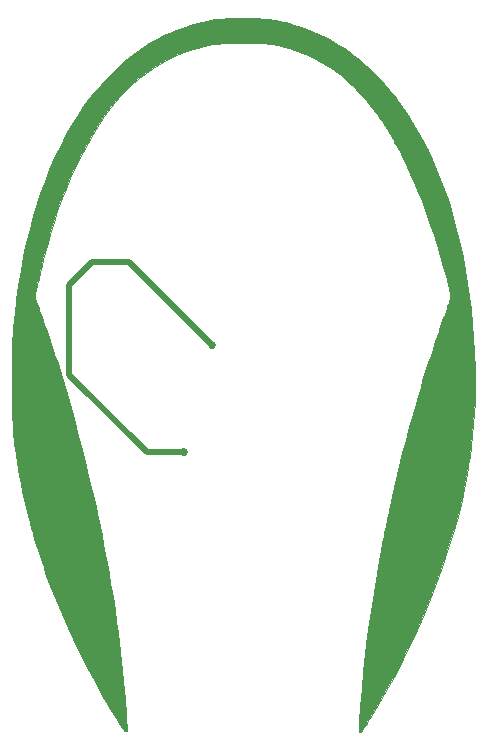
<source format=gbr>
G04 #@! TF.GenerationSoftware,KiCad,Pcbnew,5.1.5-52549c5~86~ubuntu18.04.1*
G04 #@! TF.CreationDate,2020-04-16T18:44:58-06:00*
G04 #@! TF.ProjectId,001,3030312e-6b69-4636-9164-5f7063625858,rev?*
G04 #@! TF.SameCoordinates,Original*
G04 #@! TF.FileFunction,Copper,L1,Top*
G04 #@! TF.FilePolarity,Positive*
%FSLAX46Y46*%
G04 Gerber Fmt 4.6, Leading zero omitted, Abs format (unit mm)*
G04 Created by KiCad (PCBNEW 5.1.5-52549c5~86~ubuntu18.04.1) date 2020-04-16 18:44:58*
%MOMM*%
%LPD*%
G04 APERTURE LIST*
%ADD10C,0.010000*%
%ADD11C,0.685800*%
%ADD12C,0.500000*%
G04 APERTURE END LIST*
D10*
G36*
X154469208Y-71391632D02*
G01*
X154749909Y-71394398D01*
X155111566Y-71400550D01*
X155437072Y-71409444D01*
X155732553Y-71421611D01*
X156004134Y-71437582D01*
X156257941Y-71457888D01*
X156500098Y-71483059D01*
X156736732Y-71513628D01*
X156973966Y-71550125D01*
X157217927Y-71593080D01*
X157363993Y-71620981D01*
X158046752Y-71770084D01*
X158707517Y-71946437D01*
X159353855Y-72152624D01*
X159993330Y-72391228D01*
X160633510Y-72664833D01*
X161173993Y-72921935D01*
X161836431Y-73270432D01*
X162478170Y-73647889D01*
X163103815Y-74057376D01*
X163717973Y-74501964D01*
X164325248Y-74984723D01*
X164539493Y-75165390D01*
X164754228Y-75354484D01*
X164989034Y-75570775D01*
X165237838Y-75808160D01*
X165494571Y-76060534D01*
X165753164Y-76321796D01*
X166007546Y-76585843D01*
X166251647Y-76846570D01*
X166479398Y-77097875D01*
X166613871Y-77251061D01*
X166704818Y-77355929D01*
X166796443Y-77461182D01*
X166880957Y-77557898D01*
X166950567Y-77637152D01*
X166983523Y-77674394D01*
X167074016Y-77778835D01*
X167172055Y-77897530D01*
X167281779Y-78035690D01*
X167407331Y-78198526D01*
X167547028Y-78383477D01*
X167986742Y-78994549D01*
X168419371Y-79644347D01*
X168843345Y-80329625D01*
X169257089Y-81047136D01*
X169659031Y-81793633D01*
X170047599Y-82565870D01*
X170421219Y-83360601D01*
X170778319Y-84174578D01*
X171117325Y-85004554D01*
X171436666Y-85847284D01*
X171734769Y-86699520D01*
X172010060Y-87558016D01*
X172041532Y-87661452D01*
X172320295Y-88628030D01*
X172577496Y-89614028D01*
X172813429Y-90621282D01*
X173028384Y-91651624D01*
X173222653Y-92706891D01*
X173396529Y-93788915D01*
X173550303Y-94899532D01*
X173684266Y-96040576D01*
X173798711Y-97213880D01*
X173893929Y-98421280D01*
X173970212Y-99664609D01*
X173979642Y-99846477D01*
X174023499Y-100894620D01*
X174046876Y-101910640D01*
X174049556Y-102899586D01*
X174031321Y-103866504D01*
X173991951Y-104816443D01*
X173931229Y-105754450D01*
X173848937Y-106685572D01*
X173744855Y-107614857D01*
X173618767Y-108547354D01*
X173596993Y-108694144D01*
X173384022Y-109984111D01*
X173130965Y-111284540D01*
X172838364Y-112593995D01*
X172506759Y-113911035D01*
X172136691Y-115234224D01*
X171728701Y-116562121D01*
X171283329Y-117893290D01*
X170801116Y-119226291D01*
X170282603Y-120559685D01*
X169728330Y-121892036D01*
X169138839Y-123221903D01*
X168514669Y-124547850D01*
X167856362Y-125868436D01*
X167164458Y-127182224D01*
X166439499Y-128487775D01*
X165682024Y-129783652D01*
X165648426Y-129839644D01*
X165523937Y-130046167D01*
X165396914Y-130255561D01*
X165269323Y-130464676D01*
X165143132Y-130670367D01*
X165020306Y-130869487D01*
X164902815Y-131058888D01*
X164792624Y-131235423D01*
X164691701Y-131395947D01*
X164602013Y-131537310D01*
X164525527Y-131656367D01*
X164464210Y-131749971D01*
X164420029Y-131814974D01*
X164394951Y-131848230D01*
X164390569Y-131851978D01*
X164358043Y-131849089D01*
X164305918Y-131836009D01*
X164299888Y-131834128D01*
X164229617Y-131811755D01*
X164241832Y-131661783D01*
X164246806Y-131592670D01*
X164253272Y-131490961D01*
X164260653Y-131366344D01*
X164268377Y-131228505D01*
X164275800Y-131088477D01*
X164361577Y-129645608D01*
X164471560Y-128186315D01*
X164605994Y-126708629D01*
X164765124Y-125210580D01*
X164949197Y-123690201D01*
X165158457Y-122145522D01*
X165393151Y-120574575D01*
X165653524Y-118975391D01*
X165939821Y-117346002D01*
X166095538Y-116504644D01*
X166136085Y-116290892D01*
X166180897Y-116057724D01*
X166229020Y-115809891D01*
X166279500Y-115552147D01*
X166331384Y-115289245D01*
X166383716Y-115025938D01*
X166435544Y-114766978D01*
X166485912Y-114517118D01*
X166533868Y-114281112D01*
X166578456Y-114063713D01*
X166618723Y-113869672D01*
X166653715Y-113703744D01*
X166682478Y-113570680D01*
X166700985Y-113488394D01*
X166719417Y-113407458D01*
X166744972Y-113293248D01*
X166775859Y-113153872D01*
X166810289Y-112997442D01*
X166846469Y-112832067D01*
X166880957Y-112673477D01*
X167135644Y-111519636D01*
X167392660Y-110398204D01*
X167654486Y-109299255D01*
X167923605Y-108212866D01*
X168202499Y-107129111D01*
X168493649Y-106038067D01*
X168799537Y-104929808D01*
X168955931Y-104376144D01*
X169128065Y-103775206D01*
X169293762Y-103205499D01*
X169455591Y-102658719D01*
X169616119Y-102126562D01*
X169777915Y-101600724D01*
X169943547Y-101072901D01*
X170115583Y-100534788D01*
X170296591Y-99978083D01*
X170489138Y-99394481D01*
X170592386Y-99084477D01*
X170677199Y-98830982D01*
X170755931Y-98596716D01*
X170830380Y-98376512D01*
X170902347Y-98165209D01*
X170973632Y-97957641D01*
X171046033Y-97748644D01*
X171121353Y-97533055D01*
X171201389Y-97305709D01*
X171287943Y-97061442D01*
X171382814Y-96795090D01*
X171487802Y-96501489D01*
X171604706Y-96175475D01*
X171658601Y-96025391D01*
X171731107Y-95821088D01*
X171789446Y-95649785D01*
X171835078Y-95505140D01*
X171869464Y-95380810D01*
X171894064Y-95270451D01*
X171910338Y-95167720D01*
X171919747Y-95066276D01*
X171923750Y-94959774D01*
X171924082Y-94872311D01*
X171923016Y-94791638D01*
X171920409Y-94714700D01*
X171915560Y-94638467D01*
X171907765Y-94559907D01*
X171896325Y-94475989D01*
X171880535Y-94383682D01*
X171859695Y-94279955D01*
X171833103Y-94161777D01*
X171800057Y-94026117D01*
X171759854Y-93869943D01*
X171711794Y-93690224D01*
X171655173Y-93483930D01*
X171589291Y-93248030D01*
X171513445Y-92979491D01*
X171426933Y-92675284D01*
X171365313Y-92459311D01*
X171093094Y-91523322D01*
X170822209Y-90627060D01*
X170551748Y-89767980D01*
X170280804Y-88943536D01*
X170008469Y-88151180D01*
X169733834Y-87388367D01*
X169455991Y-86652550D01*
X169174031Y-85941184D01*
X168887047Y-85251721D01*
X168594130Y-84581616D01*
X168413853Y-84184963D01*
X168312564Y-83968842D01*
X168197644Y-83729703D01*
X168072922Y-83475111D01*
X167942225Y-83212636D01*
X167809385Y-82949843D01*
X167678229Y-82694300D01*
X167552586Y-82453575D01*
X167436286Y-82235233D01*
X167333158Y-82046844D01*
X167320468Y-82024144D01*
X167246761Y-81892250D01*
X167175028Y-81763099D01*
X167109597Y-81644546D01*
X167054798Y-81544442D01*
X167014960Y-81470642D01*
X167005438Y-81452644D01*
X166940380Y-81334542D01*
X166854347Y-81187571D01*
X166750942Y-81017334D01*
X166633766Y-80829431D01*
X166506419Y-80629464D01*
X166372505Y-80423035D01*
X166235622Y-80215744D01*
X166099374Y-80013194D01*
X165967362Y-79820985D01*
X165843186Y-79644719D01*
X165841880Y-79642894D01*
X165357537Y-78994155D01*
X164855334Y-78376164D01*
X164336997Y-77790689D01*
X163804250Y-77239497D01*
X163258817Y-76724356D01*
X162702423Y-76247034D01*
X162136792Y-75809298D01*
X162016857Y-75722468D01*
X161453422Y-75342404D01*
X160873786Y-74997190D01*
X160275445Y-74685716D01*
X159655895Y-74406875D01*
X159012631Y-74159559D01*
X158343148Y-73942660D01*
X157644943Y-73755071D01*
X157482464Y-73716518D01*
X157331191Y-73681963D01*
X157192663Y-73651759D01*
X157062808Y-73625588D01*
X156937555Y-73603130D01*
X156812832Y-73584063D01*
X156684568Y-73568070D01*
X156548692Y-73554828D01*
X156401132Y-73544019D01*
X156237818Y-73535321D01*
X156054677Y-73528416D01*
X155847639Y-73522983D01*
X155612632Y-73518702D01*
X155345585Y-73515253D01*
X155042427Y-73512316D01*
X154866326Y-73510862D01*
X154443001Y-73508195D01*
X154058472Y-73507418D01*
X153709231Y-73508805D01*
X153391770Y-73512628D01*
X153102584Y-73519162D01*
X152838165Y-73528679D01*
X152595005Y-73541455D01*
X152369598Y-73557761D01*
X152158436Y-73577872D01*
X151958013Y-73602062D01*
X151764820Y-73630603D01*
X151575352Y-73663769D01*
X151386100Y-73701834D01*
X151193558Y-73745072D01*
X150994219Y-73793756D01*
X150886993Y-73821241D01*
X150149904Y-74032233D01*
X149437628Y-74275944D01*
X148749051Y-74553085D01*
X148083058Y-74864368D01*
X147438536Y-75210504D01*
X146814370Y-75592204D01*
X146209446Y-76010178D01*
X145622651Y-76465138D01*
X145052869Y-76957795D01*
X144498987Y-77488859D01*
X143959891Y-78059043D01*
X143598153Y-78473051D01*
X143129205Y-79052016D01*
X142668443Y-79671674D01*
X142216427Y-80331076D01*
X141773717Y-81029273D01*
X141340873Y-81765319D01*
X140918455Y-82538263D01*
X140507023Y-83347159D01*
X140107136Y-84191058D01*
X139758781Y-84976894D01*
X139395413Y-85854819D01*
X139046551Y-86763289D01*
X138711683Y-87703887D01*
X138390296Y-88678196D01*
X138081878Y-89687798D01*
X137785917Y-90734277D01*
X137501900Y-91819215D01*
X137364685Y-92374644D01*
X137330311Y-92517874D01*
X137291233Y-92683095D01*
X137248396Y-92866123D01*
X137202745Y-93062777D01*
X137155225Y-93268875D01*
X137106782Y-93480234D01*
X137058360Y-93692672D01*
X137010905Y-93902006D01*
X136965361Y-94104056D01*
X136922674Y-94294637D01*
X136883790Y-94469569D01*
X136849652Y-94624669D01*
X136821206Y-94755755D01*
X136799398Y-94858644D01*
X136785173Y-94929155D01*
X136779475Y-94963104D01*
X136779409Y-94964499D01*
X136786460Y-94992119D01*
X136806724Y-95055682D01*
X136838874Y-95151371D01*
X136881578Y-95275373D01*
X136933508Y-95423872D01*
X136993334Y-95593054D01*
X137059725Y-95779104D01*
X137131353Y-95978207D01*
X137169274Y-96083003D01*
X137393101Y-96704032D01*
X137602903Y-97294158D01*
X137801351Y-97861383D01*
X137991118Y-98413705D01*
X138174874Y-98959126D01*
X138355291Y-99505645D01*
X138535040Y-100061261D01*
X138716793Y-100633976D01*
X138903221Y-101231788D01*
X139072731Y-101783227D01*
X139413771Y-102918514D01*
X139747383Y-104068163D01*
X140074400Y-105235403D01*
X140395654Y-106423462D01*
X140711979Y-107635568D01*
X141024207Y-108874952D01*
X141333171Y-110144841D01*
X141639704Y-111448464D01*
X141944639Y-112789050D01*
X142146391Y-113700061D01*
X142299898Y-114416439D01*
X142454269Y-115167719D01*
X142608343Y-115947216D01*
X142760963Y-116748245D01*
X142910968Y-117564122D01*
X143057199Y-118388161D01*
X143198497Y-119213678D01*
X143333702Y-120033987D01*
X143461656Y-120842404D01*
X143581199Y-121632243D01*
X143691173Y-122396820D01*
X143790416Y-123129450D01*
X143816501Y-123330894D01*
X143860225Y-123679111D01*
X143904403Y-124044096D01*
X143948827Y-124423504D01*
X143993291Y-124814990D01*
X144037586Y-125216210D01*
X144081506Y-125624820D01*
X144124842Y-126038474D01*
X144167388Y-126454830D01*
X144208936Y-126871541D01*
X144249279Y-127286264D01*
X144288208Y-127696654D01*
X144325518Y-128100366D01*
X144361000Y-128495057D01*
X144394447Y-128878381D01*
X144425651Y-129247994D01*
X144454406Y-129601552D01*
X144480503Y-129936711D01*
X144503735Y-130251124D01*
X144523896Y-130542449D01*
X144540776Y-130808341D01*
X144554170Y-131046455D01*
X144563870Y-131254447D01*
X144569667Y-131429972D01*
X144571355Y-131570685D01*
X144568727Y-131674243D01*
X144561574Y-131738301D01*
X144560659Y-131742221D01*
X144546050Y-131780217D01*
X144518729Y-131794473D01*
X144467707Y-131793504D01*
X144428665Y-131787328D01*
X144395735Y-131771680D01*
X144361104Y-131739726D01*
X144316958Y-131684631D01*
X144271146Y-131621550D01*
X144181834Y-131492512D01*
X144074261Y-131330367D01*
X143950789Y-131138976D01*
X143813779Y-130922205D01*
X143665592Y-130683915D01*
X143508587Y-130427972D01*
X143345127Y-130158237D01*
X143177571Y-129878575D01*
X143008281Y-129592849D01*
X142839618Y-129304922D01*
X142673942Y-129018658D01*
X142574389Y-128844811D01*
X141931922Y-127693394D01*
X141309939Y-126529167D01*
X140710438Y-125356416D01*
X140135415Y-124179426D01*
X139586869Y-123002486D01*
X139066797Y-121829881D01*
X138577197Y-120665898D01*
X138120068Y-119514824D01*
X137697406Y-118380945D01*
X137696307Y-118377894D01*
X137532395Y-117915158D01*
X137368406Y-117437682D01*
X137206070Y-116951079D01*
X137047116Y-116460964D01*
X136893273Y-115972950D01*
X136746271Y-115492653D01*
X136607840Y-115025686D01*
X136479709Y-114577664D01*
X136363607Y-114154201D01*
X136261265Y-113760911D01*
X136209630Y-113551894D01*
X136035406Y-112817818D01*
X135875856Y-112118024D01*
X135729999Y-111447461D01*
X135596852Y-110801079D01*
X135475433Y-110173826D01*
X135364762Y-109560654D01*
X135263856Y-108956510D01*
X135171733Y-108356344D01*
X135097821Y-107832433D01*
X135052867Y-107470757D01*
X135012263Y-107081075D01*
X134975951Y-106662049D01*
X134943874Y-106212337D01*
X134915974Y-105730599D01*
X134892193Y-105215493D01*
X134872474Y-104665681D01*
X134856758Y-104079821D01*
X134844988Y-103456572D01*
X134837105Y-102794594D01*
X134833053Y-102092547D01*
X134832435Y-101677394D01*
X134833229Y-101190294D01*
X134835819Y-100740312D01*
X134840452Y-100322260D01*
X134847375Y-99930949D01*
X134856833Y-99561194D01*
X134869074Y-99207805D01*
X134884343Y-98865596D01*
X134902887Y-98529379D01*
X134924951Y-98193967D01*
X134950784Y-97854171D01*
X134980630Y-97504804D01*
X135014737Y-97140680D01*
X135053351Y-96756609D01*
X135076715Y-96533894D01*
X135226892Y-95255108D01*
X135402729Y-94003103D01*
X135604039Y-92778383D01*
X135830632Y-91581451D01*
X136082320Y-90412814D01*
X136358915Y-89272974D01*
X136660228Y-88162437D01*
X136986071Y-87081707D01*
X137336256Y-86031288D01*
X137710593Y-85011686D01*
X138108895Y-84023404D01*
X138530973Y-83066946D01*
X138976639Y-82142819D01*
X139445703Y-81251525D01*
X139937979Y-80393569D01*
X140453276Y-79569456D01*
X140991407Y-78779690D01*
X141552184Y-78024776D01*
X142135417Y-77305219D01*
X142355176Y-77049977D01*
X142896210Y-76457294D01*
X143458738Y-75890461D01*
X144040048Y-75351624D01*
X144637426Y-74842930D01*
X145248161Y-74366526D01*
X145869538Y-73924558D01*
X146498847Y-73519174D01*
X147133375Y-73152520D01*
X147563826Y-72927724D01*
X147876029Y-72779437D01*
X148218948Y-72630488D01*
X148586585Y-72482757D01*
X148972940Y-72338120D01*
X149372014Y-72198456D01*
X149777806Y-72065644D01*
X150184318Y-71941562D01*
X150585550Y-71828087D01*
X150975502Y-71727099D01*
X151348175Y-71640475D01*
X151697570Y-71570093D01*
X152017687Y-71517832D01*
X152104076Y-71506348D01*
X152403445Y-71472065D01*
X152705859Y-71444161D01*
X153017192Y-71422389D01*
X153343319Y-71406498D01*
X153690114Y-71396240D01*
X154063452Y-71391368D01*
X154469208Y-71391632D01*
G37*
X154469208Y-71391632D02*
X154749909Y-71394398D01*
X155111566Y-71400550D01*
X155437072Y-71409444D01*
X155732553Y-71421611D01*
X156004134Y-71437582D01*
X156257941Y-71457888D01*
X156500098Y-71483059D01*
X156736732Y-71513628D01*
X156973966Y-71550125D01*
X157217927Y-71593080D01*
X157363993Y-71620981D01*
X158046752Y-71770084D01*
X158707517Y-71946437D01*
X159353855Y-72152624D01*
X159993330Y-72391228D01*
X160633510Y-72664833D01*
X161173993Y-72921935D01*
X161836431Y-73270432D01*
X162478170Y-73647889D01*
X163103815Y-74057376D01*
X163717973Y-74501964D01*
X164325248Y-74984723D01*
X164539493Y-75165390D01*
X164754228Y-75354484D01*
X164989034Y-75570775D01*
X165237838Y-75808160D01*
X165494571Y-76060534D01*
X165753164Y-76321796D01*
X166007546Y-76585843D01*
X166251647Y-76846570D01*
X166479398Y-77097875D01*
X166613871Y-77251061D01*
X166704818Y-77355929D01*
X166796443Y-77461182D01*
X166880957Y-77557898D01*
X166950567Y-77637152D01*
X166983523Y-77674394D01*
X167074016Y-77778835D01*
X167172055Y-77897530D01*
X167281779Y-78035690D01*
X167407331Y-78198526D01*
X167547028Y-78383477D01*
X167986742Y-78994549D01*
X168419371Y-79644347D01*
X168843345Y-80329625D01*
X169257089Y-81047136D01*
X169659031Y-81793633D01*
X170047599Y-82565870D01*
X170421219Y-83360601D01*
X170778319Y-84174578D01*
X171117325Y-85004554D01*
X171436666Y-85847284D01*
X171734769Y-86699520D01*
X172010060Y-87558016D01*
X172041532Y-87661452D01*
X172320295Y-88628030D01*
X172577496Y-89614028D01*
X172813429Y-90621282D01*
X173028384Y-91651624D01*
X173222653Y-92706891D01*
X173396529Y-93788915D01*
X173550303Y-94899532D01*
X173684266Y-96040576D01*
X173798711Y-97213880D01*
X173893929Y-98421280D01*
X173970212Y-99664609D01*
X173979642Y-99846477D01*
X174023499Y-100894620D01*
X174046876Y-101910640D01*
X174049556Y-102899586D01*
X174031321Y-103866504D01*
X173991951Y-104816443D01*
X173931229Y-105754450D01*
X173848937Y-106685572D01*
X173744855Y-107614857D01*
X173618767Y-108547354D01*
X173596993Y-108694144D01*
X173384022Y-109984111D01*
X173130965Y-111284540D01*
X172838364Y-112593995D01*
X172506759Y-113911035D01*
X172136691Y-115234224D01*
X171728701Y-116562121D01*
X171283329Y-117893290D01*
X170801116Y-119226291D01*
X170282603Y-120559685D01*
X169728330Y-121892036D01*
X169138839Y-123221903D01*
X168514669Y-124547850D01*
X167856362Y-125868436D01*
X167164458Y-127182224D01*
X166439499Y-128487775D01*
X165682024Y-129783652D01*
X165648426Y-129839644D01*
X165523937Y-130046167D01*
X165396914Y-130255561D01*
X165269323Y-130464676D01*
X165143132Y-130670367D01*
X165020306Y-130869487D01*
X164902815Y-131058888D01*
X164792624Y-131235423D01*
X164691701Y-131395947D01*
X164602013Y-131537310D01*
X164525527Y-131656367D01*
X164464210Y-131749971D01*
X164420029Y-131814974D01*
X164394951Y-131848230D01*
X164390569Y-131851978D01*
X164358043Y-131849089D01*
X164305918Y-131836009D01*
X164299888Y-131834128D01*
X164229617Y-131811755D01*
X164241832Y-131661783D01*
X164246806Y-131592670D01*
X164253272Y-131490961D01*
X164260653Y-131366344D01*
X164268377Y-131228505D01*
X164275800Y-131088477D01*
X164361577Y-129645608D01*
X164471560Y-128186315D01*
X164605994Y-126708629D01*
X164765124Y-125210580D01*
X164949197Y-123690201D01*
X165158457Y-122145522D01*
X165393151Y-120574575D01*
X165653524Y-118975391D01*
X165939821Y-117346002D01*
X166095538Y-116504644D01*
X166136085Y-116290892D01*
X166180897Y-116057724D01*
X166229020Y-115809891D01*
X166279500Y-115552147D01*
X166331384Y-115289245D01*
X166383716Y-115025938D01*
X166435544Y-114766978D01*
X166485912Y-114517118D01*
X166533868Y-114281112D01*
X166578456Y-114063713D01*
X166618723Y-113869672D01*
X166653715Y-113703744D01*
X166682478Y-113570680D01*
X166700985Y-113488394D01*
X166719417Y-113407458D01*
X166744972Y-113293248D01*
X166775859Y-113153872D01*
X166810289Y-112997442D01*
X166846469Y-112832067D01*
X166880957Y-112673477D01*
X167135644Y-111519636D01*
X167392660Y-110398204D01*
X167654486Y-109299255D01*
X167923605Y-108212866D01*
X168202499Y-107129111D01*
X168493649Y-106038067D01*
X168799537Y-104929808D01*
X168955931Y-104376144D01*
X169128065Y-103775206D01*
X169293762Y-103205499D01*
X169455591Y-102658719D01*
X169616119Y-102126562D01*
X169777915Y-101600724D01*
X169943547Y-101072901D01*
X170115583Y-100534788D01*
X170296591Y-99978083D01*
X170489138Y-99394481D01*
X170592386Y-99084477D01*
X170677199Y-98830982D01*
X170755931Y-98596716D01*
X170830380Y-98376512D01*
X170902347Y-98165209D01*
X170973632Y-97957641D01*
X171046033Y-97748644D01*
X171121353Y-97533055D01*
X171201389Y-97305709D01*
X171287943Y-97061442D01*
X171382814Y-96795090D01*
X171487802Y-96501489D01*
X171604706Y-96175475D01*
X171658601Y-96025391D01*
X171731107Y-95821088D01*
X171789446Y-95649785D01*
X171835078Y-95505140D01*
X171869464Y-95380810D01*
X171894064Y-95270451D01*
X171910338Y-95167720D01*
X171919747Y-95066276D01*
X171923750Y-94959774D01*
X171924082Y-94872311D01*
X171923016Y-94791638D01*
X171920409Y-94714700D01*
X171915560Y-94638467D01*
X171907765Y-94559907D01*
X171896325Y-94475989D01*
X171880535Y-94383682D01*
X171859695Y-94279955D01*
X171833103Y-94161777D01*
X171800057Y-94026117D01*
X171759854Y-93869943D01*
X171711794Y-93690224D01*
X171655173Y-93483930D01*
X171589291Y-93248030D01*
X171513445Y-92979491D01*
X171426933Y-92675284D01*
X171365313Y-92459311D01*
X171093094Y-91523322D01*
X170822209Y-90627060D01*
X170551748Y-89767980D01*
X170280804Y-88943536D01*
X170008469Y-88151180D01*
X169733834Y-87388367D01*
X169455991Y-86652550D01*
X169174031Y-85941184D01*
X168887047Y-85251721D01*
X168594130Y-84581616D01*
X168413853Y-84184963D01*
X168312564Y-83968842D01*
X168197644Y-83729703D01*
X168072922Y-83475111D01*
X167942225Y-83212636D01*
X167809385Y-82949843D01*
X167678229Y-82694300D01*
X167552586Y-82453575D01*
X167436286Y-82235233D01*
X167333158Y-82046844D01*
X167320468Y-82024144D01*
X167246761Y-81892250D01*
X167175028Y-81763099D01*
X167109597Y-81644546D01*
X167054798Y-81544442D01*
X167014960Y-81470642D01*
X167005438Y-81452644D01*
X166940380Y-81334542D01*
X166854347Y-81187571D01*
X166750942Y-81017334D01*
X166633766Y-80829431D01*
X166506419Y-80629464D01*
X166372505Y-80423035D01*
X166235622Y-80215744D01*
X166099374Y-80013194D01*
X165967362Y-79820985D01*
X165843186Y-79644719D01*
X165841880Y-79642894D01*
X165357537Y-78994155D01*
X164855334Y-78376164D01*
X164336997Y-77790689D01*
X163804250Y-77239497D01*
X163258817Y-76724356D01*
X162702423Y-76247034D01*
X162136792Y-75809298D01*
X162016857Y-75722468D01*
X161453422Y-75342404D01*
X160873786Y-74997190D01*
X160275445Y-74685716D01*
X159655895Y-74406875D01*
X159012631Y-74159559D01*
X158343148Y-73942660D01*
X157644943Y-73755071D01*
X157482464Y-73716518D01*
X157331191Y-73681963D01*
X157192663Y-73651759D01*
X157062808Y-73625588D01*
X156937555Y-73603130D01*
X156812832Y-73584063D01*
X156684568Y-73568070D01*
X156548692Y-73554828D01*
X156401132Y-73544019D01*
X156237818Y-73535321D01*
X156054677Y-73528416D01*
X155847639Y-73522983D01*
X155612632Y-73518702D01*
X155345585Y-73515253D01*
X155042427Y-73512316D01*
X154866326Y-73510862D01*
X154443001Y-73508195D01*
X154058472Y-73507418D01*
X153709231Y-73508805D01*
X153391770Y-73512628D01*
X153102584Y-73519162D01*
X152838165Y-73528679D01*
X152595005Y-73541455D01*
X152369598Y-73557761D01*
X152158436Y-73577872D01*
X151958013Y-73602062D01*
X151764820Y-73630603D01*
X151575352Y-73663769D01*
X151386100Y-73701834D01*
X151193558Y-73745072D01*
X150994219Y-73793756D01*
X150886993Y-73821241D01*
X150149904Y-74032233D01*
X149437628Y-74275944D01*
X148749051Y-74553085D01*
X148083058Y-74864368D01*
X147438536Y-75210504D01*
X146814370Y-75592204D01*
X146209446Y-76010178D01*
X145622651Y-76465138D01*
X145052869Y-76957795D01*
X144498987Y-77488859D01*
X143959891Y-78059043D01*
X143598153Y-78473051D01*
X143129205Y-79052016D01*
X142668443Y-79671674D01*
X142216427Y-80331076D01*
X141773717Y-81029273D01*
X141340873Y-81765319D01*
X140918455Y-82538263D01*
X140507023Y-83347159D01*
X140107136Y-84191058D01*
X139758781Y-84976894D01*
X139395413Y-85854819D01*
X139046551Y-86763289D01*
X138711683Y-87703887D01*
X138390296Y-88678196D01*
X138081878Y-89687798D01*
X137785917Y-90734277D01*
X137501900Y-91819215D01*
X137364685Y-92374644D01*
X137330311Y-92517874D01*
X137291233Y-92683095D01*
X137248396Y-92866123D01*
X137202745Y-93062777D01*
X137155225Y-93268875D01*
X137106782Y-93480234D01*
X137058360Y-93692672D01*
X137010905Y-93902006D01*
X136965361Y-94104056D01*
X136922674Y-94294637D01*
X136883790Y-94469569D01*
X136849652Y-94624669D01*
X136821206Y-94755755D01*
X136799398Y-94858644D01*
X136785173Y-94929155D01*
X136779475Y-94963104D01*
X136779409Y-94964499D01*
X136786460Y-94992119D01*
X136806724Y-95055682D01*
X136838874Y-95151371D01*
X136881578Y-95275373D01*
X136933508Y-95423872D01*
X136993334Y-95593054D01*
X137059725Y-95779104D01*
X137131353Y-95978207D01*
X137169274Y-96083003D01*
X137393101Y-96704032D01*
X137602903Y-97294158D01*
X137801351Y-97861383D01*
X137991118Y-98413705D01*
X138174874Y-98959126D01*
X138355291Y-99505645D01*
X138535040Y-100061261D01*
X138716793Y-100633976D01*
X138903221Y-101231788D01*
X139072731Y-101783227D01*
X139413771Y-102918514D01*
X139747383Y-104068163D01*
X140074400Y-105235403D01*
X140395654Y-106423462D01*
X140711979Y-107635568D01*
X141024207Y-108874952D01*
X141333171Y-110144841D01*
X141639704Y-111448464D01*
X141944639Y-112789050D01*
X142146391Y-113700061D01*
X142299898Y-114416439D01*
X142454269Y-115167719D01*
X142608343Y-115947216D01*
X142760963Y-116748245D01*
X142910968Y-117564122D01*
X143057199Y-118388161D01*
X143198497Y-119213678D01*
X143333702Y-120033987D01*
X143461656Y-120842404D01*
X143581199Y-121632243D01*
X143691173Y-122396820D01*
X143790416Y-123129450D01*
X143816501Y-123330894D01*
X143860225Y-123679111D01*
X143904403Y-124044096D01*
X143948827Y-124423504D01*
X143993291Y-124814990D01*
X144037586Y-125216210D01*
X144081506Y-125624820D01*
X144124842Y-126038474D01*
X144167388Y-126454830D01*
X144208936Y-126871541D01*
X144249279Y-127286264D01*
X144288208Y-127696654D01*
X144325518Y-128100366D01*
X144361000Y-128495057D01*
X144394447Y-128878381D01*
X144425651Y-129247994D01*
X144454406Y-129601552D01*
X144480503Y-129936711D01*
X144503735Y-130251124D01*
X144523896Y-130542449D01*
X144540776Y-130808341D01*
X144554170Y-131046455D01*
X144563870Y-131254447D01*
X144569667Y-131429972D01*
X144571355Y-131570685D01*
X144568727Y-131674243D01*
X144561574Y-131738301D01*
X144560659Y-131742221D01*
X144546050Y-131780217D01*
X144518729Y-131794473D01*
X144467707Y-131793504D01*
X144428665Y-131787328D01*
X144395735Y-131771680D01*
X144361104Y-131739726D01*
X144316958Y-131684631D01*
X144271146Y-131621550D01*
X144181834Y-131492512D01*
X144074261Y-131330367D01*
X143950789Y-131138976D01*
X143813779Y-130922205D01*
X143665592Y-130683915D01*
X143508587Y-130427972D01*
X143345127Y-130158237D01*
X143177571Y-129878575D01*
X143008281Y-129592849D01*
X142839618Y-129304922D01*
X142673942Y-129018658D01*
X142574389Y-128844811D01*
X141931922Y-127693394D01*
X141309939Y-126529167D01*
X140710438Y-125356416D01*
X140135415Y-124179426D01*
X139586869Y-123002486D01*
X139066797Y-121829881D01*
X138577197Y-120665898D01*
X138120068Y-119514824D01*
X137697406Y-118380945D01*
X137696307Y-118377894D01*
X137532395Y-117915158D01*
X137368406Y-117437682D01*
X137206070Y-116951079D01*
X137047116Y-116460964D01*
X136893273Y-115972950D01*
X136746271Y-115492653D01*
X136607840Y-115025686D01*
X136479709Y-114577664D01*
X136363607Y-114154201D01*
X136261265Y-113760911D01*
X136209630Y-113551894D01*
X136035406Y-112817818D01*
X135875856Y-112118024D01*
X135729999Y-111447461D01*
X135596852Y-110801079D01*
X135475433Y-110173826D01*
X135364762Y-109560654D01*
X135263856Y-108956510D01*
X135171733Y-108356344D01*
X135097821Y-107832433D01*
X135052867Y-107470757D01*
X135012263Y-107081075D01*
X134975951Y-106662049D01*
X134943874Y-106212337D01*
X134915974Y-105730599D01*
X134892193Y-105215493D01*
X134872474Y-104665681D01*
X134856758Y-104079821D01*
X134844988Y-103456572D01*
X134837105Y-102794594D01*
X134833053Y-102092547D01*
X134832435Y-101677394D01*
X134833229Y-101190294D01*
X134835819Y-100740312D01*
X134840452Y-100322260D01*
X134847375Y-99930949D01*
X134856833Y-99561194D01*
X134869074Y-99207805D01*
X134884343Y-98865596D01*
X134902887Y-98529379D01*
X134924951Y-98193967D01*
X134950784Y-97854171D01*
X134980630Y-97504804D01*
X135014737Y-97140680D01*
X135053351Y-96756609D01*
X135076715Y-96533894D01*
X135226892Y-95255108D01*
X135402729Y-94003103D01*
X135604039Y-92778383D01*
X135830632Y-91581451D01*
X136082320Y-90412814D01*
X136358915Y-89272974D01*
X136660228Y-88162437D01*
X136986071Y-87081707D01*
X137336256Y-86031288D01*
X137710593Y-85011686D01*
X138108895Y-84023404D01*
X138530973Y-83066946D01*
X138976639Y-82142819D01*
X139445703Y-81251525D01*
X139937979Y-80393569D01*
X140453276Y-79569456D01*
X140991407Y-78779690D01*
X141552184Y-78024776D01*
X142135417Y-77305219D01*
X142355176Y-77049977D01*
X142896210Y-76457294D01*
X143458738Y-75890461D01*
X144040048Y-75351624D01*
X144637426Y-74842930D01*
X145248161Y-74366526D01*
X145869538Y-73924558D01*
X146498847Y-73519174D01*
X147133375Y-73152520D01*
X147563826Y-72927724D01*
X147876029Y-72779437D01*
X148218948Y-72630488D01*
X148586585Y-72482757D01*
X148972940Y-72338120D01*
X149372014Y-72198456D01*
X149777806Y-72065644D01*
X150184318Y-71941562D01*
X150585550Y-71828087D01*
X150975502Y-71727099D01*
X151348175Y-71640475D01*
X151697570Y-71570093D01*
X152017687Y-71517832D01*
X152104076Y-71506348D01*
X152403445Y-71472065D01*
X152705859Y-71444161D01*
X153017192Y-71422389D01*
X153343319Y-71406498D01*
X153690114Y-71396240D01*
X154063452Y-71391368D01*
X154469208Y-71391632D01*
D11*
X151765000Y-99060000D03*
X149428200Y-108153200D03*
D12*
X146253200Y-108153200D02*
X149428200Y-108153200D01*
X139700000Y-101600000D02*
X146253200Y-108153200D01*
X139700000Y-93980000D02*
X139700000Y-101600000D01*
X141605000Y-92075000D02*
X139700000Y-93980000D01*
X151765000Y-99060000D02*
X144780000Y-92075000D01*
X144780000Y-92075000D02*
X141605000Y-92075000D01*
M02*

</source>
